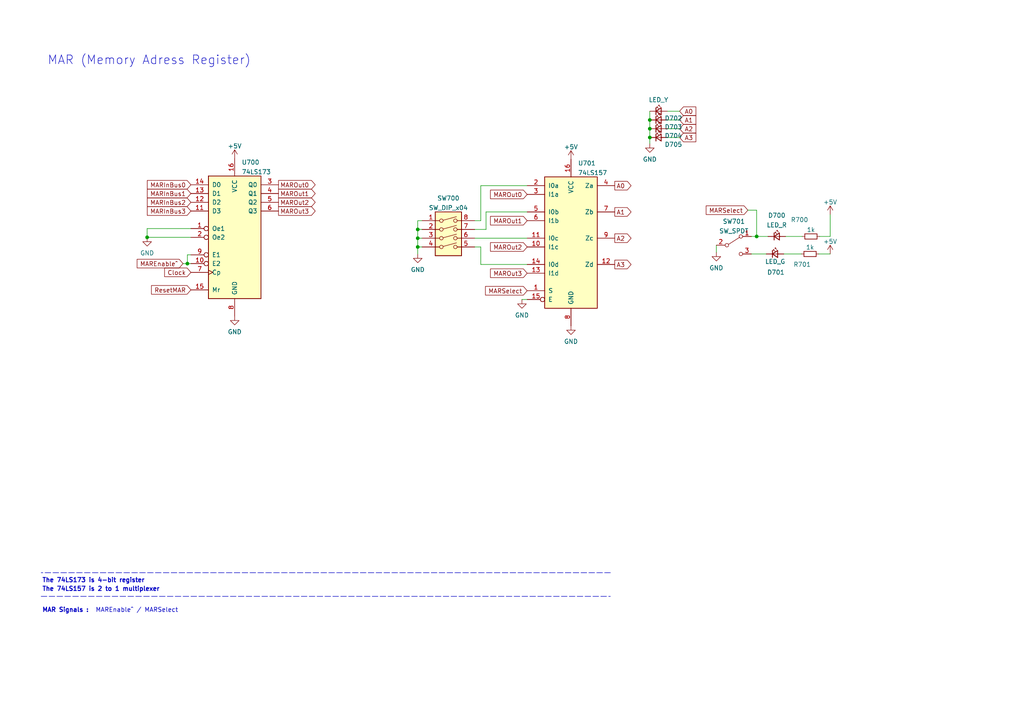
<source format=kicad_sch>
(kicad_sch (version 20211123) (generator eeschema)

  (uuid 8326c248-4963-4df7-8949-20fc1935f203)

  (paper "A4")

  (title_block
    (title "MAR")
    (date "2022-10-21")
    (rev "0.1v")
    (company "FLYX")
  )

  (lib_symbols
    (symbol "74xx:74LS157" (pin_names (offset 1.016)) (in_bom yes) (on_board yes)
      (property "Reference" "U" (id 0) (at -7.62 19.05 0)
        (effects (font (size 1.27 1.27)))
      )
      (property "Value" "74LS157" (id 1) (at -7.62 -21.59 0)
        (effects (font (size 1.27 1.27)))
      )
      (property "Footprint" "" (id 2) (at 0 0 0)
        (effects (font (size 1.27 1.27)) hide)
      )
      (property "Datasheet" "http://www.ti.com/lit/gpn/sn74LS157" (id 3) (at 0 0 0)
        (effects (font (size 1.27 1.27)) hide)
      )
      (property "ki_locked" "" (id 4) (at 0 0 0)
        (effects (font (size 1.27 1.27)))
      )
      (property "ki_keywords" "TTL MUX MUX2" (id 5) (at 0 0 0)
        (effects (font (size 1.27 1.27)) hide)
      )
      (property "ki_description" "Quad 2 to 1 line Multiplexer" (id 6) (at 0 0 0)
        (effects (font (size 1.27 1.27)) hide)
      )
      (property "ki_fp_filters" "DIP?16*" (id 7) (at 0 0 0)
        (effects (font (size 1.27 1.27)) hide)
      )
      (symbol "74LS157_1_0"
        (pin input line (at -12.7 -15.24 0) (length 5.08)
          (name "S" (effects (font (size 1.27 1.27))))
          (number "1" (effects (font (size 1.27 1.27))))
        )
        (pin input line (at -12.7 -2.54 0) (length 5.08)
          (name "I1c" (effects (font (size 1.27 1.27))))
          (number "10" (effects (font (size 1.27 1.27))))
        )
        (pin input line (at -12.7 0 0) (length 5.08)
          (name "I0c" (effects (font (size 1.27 1.27))))
          (number "11" (effects (font (size 1.27 1.27))))
        )
        (pin output line (at 12.7 -7.62 180) (length 5.08)
          (name "Zd" (effects (font (size 1.27 1.27))))
          (number "12" (effects (font (size 1.27 1.27))))
        )
        (pin input line (at -12.7 -10.16 0) (length 5.08)
          (name "I1d" (effects (font (size 1.27 1.27))))
          (number "13" (effects (font (size 1.27 1.27))))
        )
        (pin input line (at -12.7 -7.62 0) (length 5.08)
          (name "I0d" (effects (font (size 1.27 1.27))))
          (number "14" (effects (font (size 1.27 1.27))))
        )
        (pin input inverted (at -12.7 -17.78 0) (length 5.08)
          (name "E" (effects (font (size 1.27 1.27))))
          (number "15" (effects (font (size 1.27 1.27))))
        )
        (pin power_in line (at 0 22.86 270) (length 5.08)
          (name "VCC" (effects (font (size 1.27 1.27))))
          (number "16" (effects (font (size 1.27 1.27))))
        )
        (pin input line (at -12.7 15.24 0) (length 5.08)
          (name "I0a" (effects (font (size 1.27 1.27))))
          (number "2" (effects (font (size 1.27 1.27))))
        )
        (pin input line (at -12.7 12.7 0) (length 5.08)
          (name "I1a" (effects (font (size 1.27 1.27))))
          (number "3" (effects (font (size 1.27 1.27))))
        )
        (pin output line (at 12.7 15.24 180) (length 5.08)
          (name "Za" (effects (font (size 1.27 1.27))))
          (number "4" (effects (font (size 1.27 1.27))))
        )
        (pin input line (at -12.7 7.62 0) (length 5.08)
          (name "I0b" (effects (font (size 1.27 1.27))))
          (number "5" (effects (font (size 1.27 1.27))))
        )
        (pin input line (at -12.7 5.08 0) (length 5.08)
          (name "I1b" (effects (font (size 1.27 1.27))))
          (number "6" (effects (font (size 1.27 1.27))))
        )
        (pin output line (at 12.7 7.62 180) (length 5.08)
          (name "Zb" (effects (font (size 1.27 1.27))))
          (number "7" (effects (font (size 1.27 1.27))))
        )
        (pin power_in line (at 0 -25.4 90) (length 5.08)
          (name "GND" (effects (font (size 1.27 1.27))))
          (number "8" (effects (font (size 1.27 1.27))))
        )
        (pin output line (at 12.7 0 180) (length 5.08)
          (name "Zc" (effects (font (size 1.27 1.27))))
          (number "9" (effects (font (size 1.27 1.27))))
        )
      )
      (symbol "74LS157_1_1"
        (rectangle (start -7.62 17.78) (end 7.62 -20.32)
          (stroke (width 0.254) (type default) (color 0 0 0 0))
          (fill (type background))
        )
      )
    )
    (symbol "74xx:74LS173" (pin_names (offset 1.016)) (in_bom yes) (on_board yes)
      (property "Reference" "U" (id 0) (at -7.62 19.05 0)
        (effects (font (size 1.27 1.27)))
      )
      (property "Value" "74LS173" (id 1) (at -7.62 -19.05 0)
        (effects (font (size 1.27 1.27)))
      )
      (property "Footprint" "" (id 2) (at 0 0 0)
        (effects (font (size 1.27 1.27)) hide)
      )
      (property "Datasheet" "http://www.ti.com/lit/gpn/sn74LS173" (id 3) (at 0 0 0)
        (effects (font (size 1.27 1.27)) hide)
      )
      (property "ki_locked" "" (id 4) (at 0 0 0)
        (effects (font (size 1.27 1.27)))
      )
      (property "ki_keywords" "TTL REG REG4 3State DFF" (id 5) (at 0 0 0)
        (effects (font (size 1.27 1.27)) hide)
      )
      (property "ki_description" "4-bit D-type Register, 3 state out" (id 6) (at 0 0 0)
        (effects (font (size 1.27 1.27)) hide)
      )
      (property "ki_fp_filters" "DIP?16*" (id 7) (at 0 0 0)
        (effects (font (size 1.27 1.27)) hide)
      )
      (symbol "74LS173_1_0"
        (pin input inverted (at -12.7 2.54 0) (length 5.08)
          (name "Oe1" (effects (font (size 1.27 1.27))))
          (number "1" (effects (font (size 1.27 1.27))))
        )
        (pin input inverted (at -12.7 -7.62 0) (length 5.08)
          (name "E2" (effects (font (size 1.27 1.27))))
          (number "10" (effects (font (size 1.27 1.27))))
        )
        (pin input line (at -12.7 7.62 0) (length 5.08)
          (name "D3" (effects (font (size 1.27 1.27))))
          (number "11" (effects (font (size 1.27 1.27))))
        )
        (pin input line (at -12.7 10.16 0) (length 5.08)
          (name "D2" (effects (font (size 1.27 1.27))))
          (number "12" (effects (font (size 1.27 1.27))))
        )
        (pin input line (at -12.7 12.7 0) (length 5.08)
          (name "D1" (effects (font (size 1.27 1.27))))
          (number "13" (effects (font (size 1.27 1.27))))
        )
        (pin input line (at -12.7 15.24 0) (length 5.08)
          (name "D0" (effects (font (size 1.27 1.27))))
          (number "14" (effects (font (size 1.27 1.27))))
        )
        (pin input line (at -12.7 -15.24 0) (length 5.08)
          (name "Mr" (effects (font (size 1.27 1.27))))
          (number "15" (effects (font (size 1.27 1.27))))
        )
        (pin power_in line (at 0 22.86 270) (length 5.08)
          (name "VCC" (effects (font (size 1.27 1.27))))
          (number "16" (effects (font (size 1.27 1.27))))
        )
        (pin input inverted (at -12.7 0 0) (length 5.08)
          (name "Oe2" (effects (font (size 1.27 1.27))))
          (number "2" (effects (font (size 1.27 1.27))))
        )
        (pin tri_state line (at 12.7 15.24 180) (length 5.08)
          (name "Q0" (effects (font (size 1.27 1.27))))
          (number "3" (effects (font (size 1.27 1.27))))
        )
        (pin tri_state line (at 12.7 12.7 180) (length 5.08)
          (name "Q1" (effects (font (size 1.27 1.27))))
          (number "4" (effects (font (size 1.27 1.27))))
        )
        (pin tri_state line (at 12.7 10.16 180) (length 5.08)
          (name "Q2" (effects (font (size 1.27 1.27))))
          (number "5" (effects (font (size 1.27 1.27))))
        )
        (pin tri_state line (at 12.7 7.62 180) (length 5.08)
          (name "Q3" (effects (font (size 1.27 1.27))))
          (number "6" (effects (font (size 1.27 1.27))))
        )
        (pin input clock (at -12.7 -10.16 0) (length 5.08)
          (name "Cp" (effects (font (size 1.27 1.27))))
          (number "7" (effects (font (size 1.27 1.27))))
        )
        (pin power_in line (at 0 -22.86 90) (length 5.08)
          (name "GND" (effects (font (size 1.27 1.27))))
          (number "8" (effects (font (size 1.27 1.27))))
        )
        (pin input inverted (at -12.7 -5.08 0) (length 5.08)
          (name "E1" (effects (font (size 1.27 1.27))))
          (number "9" (effects (font (size 1.27 1.27))))
        )
      )
      (symbol "74LS173_1_1"
        (rectangle (start -7.62 17.78) (end 7.62 -17.78)
          (stroke (width 0.254) (type default) (color 0 0 0 0))
          (fill (type background))
        )
      )
    )
    (symbol "Device:LED_Small" (pin_numbers hide) (pin_names (offset 0.254) hide) (in_bom yes) (on_board yes)
      (property "Reference" "D" (id 0) (at -1.27 3.175 0)
        (effects (font (size 1.27 1.27)) (justify left))
      )
      (property "Value" "LED_Small" (id 1) (at -4.445 -2.54 0)
        (effects (font (size 1.27 1.27)) (justify left))
      )
      (property "Footprint" "" (id 2) (at 0 0 90)
        (effects (font (size 1.27 1.27)) hide)
      )
      (property "Datasheet" "~" (id 3) (at 0 0 90)
        (effects (font (size 1.27 1.27)) hide)
      )
      (property "ki_keywords" "LED diode light-emitting-diode" (id 4) (at 0 0 0)
        (effects (font (size 1.27 1.27)) hide)
      )
      (property "ki_description" "Light emitting diode, small symbol" (id 5) (at 0 0 0)
        (effects (font (size 1.27 1.27)) hide)
      )
      (property "ki_fp_filters" "LED* LED_SMD:* LED_THT:*" (id 6) (at 0 0 0)
        (effects (font (size 1.27 1.27)) hide)
      )
      (symbol "LED_Small_0_1"
        (polyline
          (pts
            (xy -0.762 -1.016)
            (xy -0.762 1.016)
          )
          (stroke (width 0.254) (type default) (color 0 0 0 0))
          (fill (type none))
        )
        (polyline
          (pts
            (xy 1.016 0)
            (xy -0.762 0)
          )
          (stroke (width 0) (type default) (color 0 0 0 0))
          (fill (type none))
        )
        (polyline
          (pts
            (xy 0.762 -1.016)
            (xy -0.762 0)
            (xy 0.762 1.016)
            (xy 0.762 -1.016)
          )
          (stroke (width 0.254) (type default) (color 0 0 0 0))
          (fill (type none))
        )
        (polyline
          (pts
            (xy 0 0.762)
            (xy -0.508 1.27)
            (xy -0.254 1.27)
            (xy -0.508 1.27)
            (xy -0.508 1.016)
          )
          (stroke (width 0) (type default) (color 0 0 0 0))
          (fill (type none))
        )
        (polyline
          (pts
            (xy 0.508 1.27)
            (xy 0 1.778)
            (xy 0.254 1.778)
            (xy 0 1.778)
            (xy 0 1.524)
          )
          (stroke (width 0) (type default) (color 0 0 0 0))
          (fill (type none))
        )
      )
      (symbol "LED_Small_1_1"
        (pin passive line (at -2.54 0 0) (length 1.778)
          (name "K" (effects (font (size 1.27 1.27))))
          (number "1" (effects (font (size 1.27 1.27))))
        )
        (pin passive line (at 2.54 0 180) (length 1.778)
          (name "A" (effects (font (size 1.27 1.27))))
          (number "2" (effects (font (size 1.27 1.27))))
        )
      )
    )
    (symbol "Device:R_Small" (pin_numbers hide) (pin_names (offset 0.254) hide) (in_bom yes) (on_board yes)
      (property "Reference" "R" (id 0) (at 0.762 0.508 0)
        (effects (font (size 1.27 1.27)) (justify left))
      )
      (property "Value" "R_Small" (id 1) (at 0.762 -1.016 0)
        (effects (font (size 1.27 1.27)) (justify left))
      )
      (property "Footprint" "" (id 2) (at 0 0 0)
        (effects (font (size 1.27 1.27)) hide)
      )
      (property "Datasheet" "~" (id 3) (at 0 0 0)
        (effects (font (size 1.27 1.27)) hide)
      )
      (property "ki_keywords" "R resistor" (id 4) (at 0 0 0)
        (effects (font (size 1.27 1.27)) hide)
      )
      (property "ki_description" "Resistor, small symbol" (id 5) (at 0 0 0)
        (effects (font (size 1.27 1.27)) hide)
      )
      (property "ki_fp_filters" "R_*" (id 6) (at 0 0 0)
        (effects (font (size 1.27 1.27)) hide)
      )
      (symbol "R_Small_0_1"
        (rectangle (start -0.762 1.778) (end 0.762 -1.778)
          (stroke (width 0.2032) (type default) (color 0 0 0 0))
          (fill (type none))
        )
      )
      (symbol "R_Small_1_1"
        (pin passive line (at 0 2.54 270) (length 0.762)
          (name "~" (effects (font (size 1.27 1.27))))
          (number "1" (effects (font (size 1.27 1.27))))
        )
        (pin passive line (at 0 -2.54 90) (length 0.762)
          (name "~" (effects (font (size 1.27 1.27))))
          (number "2" (effects (font (size 1.27 1.27))))
        )
      )
    )
    (symbol "Switch:SW_DIP_x04" (pin_names (offset 0) hide) (in_bom yes) (on_board yes)
      (property "Reference" "SW" (id 0) (at 0 8.89 0)
        (effects (font (size 1.27 1.27)))
      )
      (property "Value" "SW_DIP_x04" (id 1) (at 0 -6.35 0)
        (effects (font (size 1.27 1.27)))
      )
      (property "Footprint" "" (id 2) (at 0 0 0)
        (effects (font (size 1.27 1.27)) hide)
      )
      (property "Datasheet" "~" (id 3) (at 0 0 0)
        (effects (font (size 1.27 1.27)) hide)
      )
      (property "ki_keywords" "dip switch" (id 4) (at 0 0 0)
        (effects (font (size 1.27 1.27)) hide)
      )
      (property "ki_description" "4x DIP Switch, Single Pole Single Throw (SPST) switch, small symbol" (id 5) (at 0 0 0)
        (effects (font (size 1.27 1.27)) hide)
      )
      (property "ki_fp_filters" "SW?DIP?x4*" (id 6) (at 0 0 0)
        (effects (font (size 1.27 1.27)) hide)
      )
      (symbol "SW_DIP_x04_0_0"
        (circle (center -2.032 -2.54) (radius 0.508)
          (stroke (width 0) (type default) (color 0 0 0 0))
          (fill (type none))
        )
        (circle (center -2.032 0) (radius 0.508)
          (stroke (width 0) (type default) (color 0 0 0 0))
          (fill (type none))
        )
        (circle (center -2.032 2.54) (radius 0.508)
          (stroke (width 0) (type default) (color 0 0 0 0))
          (fill (type none))
        )
        (circle (center -2.032 5.08) (radius 0.508)
          (stroke (width 0) (type default) (color 0 0 0 0))
          (fill (type none))
        )
        (polyline
          (pts
            (xy -1.524 -2.3876)
            (xy 2.3622 -1.3462)
          )
          (stroke (width 0) (type default) (color 0 0 0 0))
          (fill (type none))
        )
        (polyline
          (pts
            (xy -1.524 0.127)
            (xy 2.3622 1.1684)
          )
          (stroke (width 0) (type default) (color 0 0 0 0))
          (fill (type none))
        )
        (polyline
          (pts
            (xy -1.524 2.667)
            (xy 2.3622 3.7084)
          )
          (stroke (width 0) (type default) (color 0 0 0 0))
          (fill (type none))
        )
        (polyline
          (pts
            (xy -1.524 5.207)
            (xy 2.3622 6.2484)
          )
          (stroke (width 0) (type default) (color 0 0 0 0))
          (fill (type none))
        )
        (circle (center 2.032 -2.54) (radius 0.508)
          (stroke (width 0) (type default) (color 0 0 0 0))
          (fill (type none))
        )
        (circle (center 2.032 0) (radius 0.508)
          (stroke (width 0) (type default) (color 0 0 0 0))
          (fill (type none))
        )
        (circle (center 2.032 2.54) (radius 0.508)
          (stroke (width 0) (type default) (color 0 0 0 0))
          (fill (type none))
        )
        (circle (center 2.032 5.08) (radius 0.508)
          (stroke (width 0) (type default) (color 0 0 0 0))
          (fill (type none))
        )
      )
      (symbol "SW_DIP_x04_0_1"
        (rectangle (start -3.81 7.62) (end 3.81 -5.08)
          (stroke (width 0.254) (type default) (color 0 0 0 0))
          (fill (type background))
        )
      )
      (symbol "SW_DIP_x04_1_1"
        (pin passive line (at -7.62 5.08 0) (length 5.08)
          (name "~" (effects (font (size 1.27 1.27))))
          (number "1" (effects (font (size 1.27 1.27))))
        )
        (pin passive line (at -7.62 2.54 0) (length 5.08)
          (name "~" (effects (font (size 1.27 1.27))))
          (number "2" (effects (font (size 1.27 1.27))))
        )
        (pin passive line (at -7.62 0 0) (length 5.08)
          (name "~" (effects (font (size 1.27 1.27))))
          (number "3" (effects (font (size 1.27 1.27))))
        )
        (pin passive line (at -7.62 -2.54 0) (length 5.08)
          (name "~" (effects (font (size 1.27 1.27))))
          (number "4" (effects (font (size 1.27 1.27))))
        )
        (pin passive line (at 7.62 -2.54 180) (length 5.08)
          (name "~" (effects (font (size 1.27 1.27))))
          (number "5" (effects (font (size 1.27 1.27))))
        )
        (pin passive line (at 7.62 0 180) (length 5.08)
          (name "~" (effects (font (size 1.27 1.27))))
          (number "6" (effects (font (size 1.27 1.27))))
        )
        (pin passive line (at 7.62 2.54 180) (length 5.08)
          (name "~" (effects (font (size 1.27 1.27))))
          (number "7" (effects (font (size 1.27 1.27))))
        )
        (pin passive line (at 7.62 5.08 180) (length 5.08)
          (name "~" (effects (font (size 1.27 1.27))))
          (number "8" (effects (font (size 1.27 1.27))))
        )
      )
    )
    (symbol "Switch:SW_SPDT" (pin_names (offset 0) hide) (in_bom yes) (on_board yes)
      (property "Reference" "SW" (id 0) (at 0 4.318 0)
        (effects (font (size 1.27 1.27)))
      )
      (property "Value" "SW_SPDT" (id 1) (at 0 -5.08 0)
        (effects (font (size 1.27 1.27)))
      )
      (property "Footprint" "" (id 2) (at 0 0 0)
        (effects (font (size 1.27 1.27)) hide)
      )
      (property "Datasheet" "~" (id 3) (at 0 0 0)
        (effects (font (size 1.27 1.27)) hide)
      )
      (property "ki_keywords" "switch single-pole double-throw spdt ON-ON" (id 4) (at 0 0 0)
        (effects (font (size 1.27 1.27)) hide)
      )
      (property "ki_description" "Switch, single pole double throw" (id 5) (at 0 0 0)
        (effects (font (size 1.27 1.27)) hide)
      )
      (symbol "SW_SPDT_0_0"
        (circle (center -2.032 0) (radius 0.508)
          (stroke (width 0) (type default) (color 0 0 0 0))
          (fill (type none))
        )
        (circle (center 2.032 -2.54) (radius 0.508)
          (stroke (width 0) (type default) (color 0 0 0 0))
          (fill (type none))
        )
      )
      (symbol "SW_SPDT_0_1"
        (polyline
          (pts
            (xy -1.524 0.254)
            (xy 1.651 2.286)
          )
          (stroke (width 0) (type default) (color 0 0 0 0))
          (fill (type none))
        )
        (circle (center 2.032 2.54) (radius 0.508)
          (stroke (width 0) (type default) (color 0 0 0 0))
          (fill (type none))
        )
      )
      (symbol "SW_SPDT_1_1"
        (pin passive line (at 5.08 2.54 180) (length 2.54)
          (name "A" (effects (font (size 1.27 1.27))))
          (number "1" (effects (font (size 1.27 1.27))))
        )
        (pin passive line (at -5.08 0 0) (length 2.54)
          (name "B" (effects (font (size 1.27 1.27))))
          (number "2" (effects (font (size 1.27 1.27))))
        )
        (pin passive line (at 5.08 -2.54 180) (length 2.54)
          (name "C" (effects (font (size 1.27 1.27))))
          (number "3" (effects (font (size 1.27 1.27))))
        )
      )
    )
    (symbol "power:+5V" (power) (pin_names (offset 0)) (in_bom yes) (on_board yes)
      (property "Reference" "#PWR" (id 0) (at 0 -3.81 0)
        (effects (font (size 1.27 1.27)) hide)
      )
      (property "Value" "+5V" (id 1) (at 0 3.556 0)
        (effects (font (size 1.27 1.27)))
      )
      (property "Footprint" "" (id 2) (at 0 0 0)
        (effects (font (size 1.27 1.27)) hide)
      )
      (property "Datasheet" "" (id 3) (at 0 0 0)
        (effects (font (size 1.27 1.27)) hide)
      )
      (property "ki_keywords" "power-flag" (id 4) (at 0 0 0)
        (effects (font (size 1.27 1.27)) hide)
      )
      (property "ki_description" "Power symbol creates a global label with name \"+5V\"" (id 5) (at 0 0 0)
        (effects (font (size 1.27 1.27)) hide)
      )
      (symbol "+5V_0_1"
        (polyline
          (pts
            (xy -0.762 1.27)
            (xy 0 2.54)
          )
          (stroke (width 0) (type default) (color 0 0 0 0))
          (fill (type none))
        )
        (polyline
          (pts
            (xy 0 0)
            (xy 0 2.54)
          )
          (stroke (width 0) (type default) (color 0 0 0 0))
          (fill (type none))
        )
        (polyline
          (pts
            (xy 0 2.54)
            (xy 0.762 1.27)
          )
          (stroke (width 0) (type default) (color 0 0 0 0))
          (fill (type none))
        )
      )
      (symbol "+5V_1_1"
        (pin power_in line (at 0 0 90) (length 0) hide
          (name "+5V" (effects (font (size 1.27 1.27))))
          (number "1" (effects (font (size 1.27 1.27))))
        )
      )
    )
    (symbol "power:GND" (power) (pin_names (offset 0)) (in_bom yes) (on_board yes)
      (property "Reference" "#PWR" (id 0) (at 0 -6.35 0)
        (effects (font (size 1.27 1.27)) hide)
      )
      (property "Value" "GND" (id 1) (at 0 -3.81 0)
        (effects (font (size 1.27 1.27)))
      )
      (property "Footprint" "" (id 2) (at 0 0 0)
        (effects (font (size 1.27 1.27)) hide)
      )
      (property "Datasheet" "" (id 3) (at 0 0 0)
        (effects (font (size 1.27 1.27)) hide)
      )
      (property "ki_keywords" "power-flag" (id 4) (at 0 0 0)
        (effects (font (size 1.27 1.27)) hide)
      )
      (property "ki_description" "Power symbol creates a global label with name \"GND\" , ground" (id 5) (at 0 0 0)
        (effects (font (size 1.27 1.27)) hide)
      )
      (symbol "GND_0_1"
        (polyline
          (pts
            (xy 0 0)
            (xy 0 -1.27)
            (xy 1.27 -1.27)
            (xy 0 -2.54)
            (xy -1.27 -1.27)
            (xy 0 -1.27)
          )
          (stroke (width 0) (type default) (color 0 0 0 0))
          (fill (type none))
        )
      )
      (symbol "GND_1_1"
        (pin power_in line (at 0 0 270) (length 0) hide
          (name "GND" (effects (font (size 1.27 1.27))))
          (number "1" (effects (font (size 1.27 1.27))))
        )
      )
    )
  )

  (junction (at 188.468 39.878) (diameter 0) (color 0 0 0 0)
    (uuid 173d6048-6166-4266-a8c1-76927f36341e)
  )
  (junction (at 188.468 37.338) (diameter 0) (color 0 0 0 0)
    (uuid 31addab4-1fac-422f-b34b-0c754293f6e0)
  )
  (junction (at 219.456 68.58) (diameter 0) (color 0 0 0 0)
    (uuid 66df9f11-2ca3-4158-b2e9-5b1acc4d0f2a)
  )
  (junction (at 121.158 71.628) (diameter 0) (color 0 0 0 0)
    (uuid 9206fefa-d1c6-44cd-ba6a-1134a8ae496a)
  )
  (junction (at 42.672 68.834) (diameter 0) (color 0 0 0 0)
    (uuid 967273f1-c09d-4ffb-9418-6d893dd3f41c)
  )
  (junction (at 121.158 69.088) (diameter 0) (color 0 0 0 0)
    (uuid 99b133a6-a828-4f47-9ef9-ed62709eac0d)
  )
  (junction (at 188.468 34.798) (diameter 0) (color 0 0 0 0)
    (uuid ac68357f-6377-4e12-92a7-f54594cf8d21)
  )
  (junction (at 54.356 76.454) (diameter 0) (color 0 0 0 0)
    (uuid c58b13c2-4d04-468c-93ce-456e99782ecb)
  )
  (junction (at 121.158 66.548) (diameter 0) (color 0 0 0 0)
    (uuid dae2780e-fa50-49fb-92de-6cab4f404777)
  )

  (wire (pts (xy 121.158 66.548) (xy 122.428 66.548))
    (stroke (width 0) (type default) (color 0 0 0 0))
    (uuid 050ac437-ad13-4cd1-8835-be4076365f3b)
  )
  (wire (pts (xy 152.908 86.868) (xy 151.384 86.868))
    (stroke (width 0) (type default) (color 0 0 0 0))
    (uuid 0aaba41e-b0fe-441d-9c59-b8a0dcedc1dc)
  )
  (wire (pts (xy 188.468 37.338) (xy 188.468 39.878))
    (stroke (width 0) (type default) (color 0 0 0 0))
    (uuid 0d2a2a71-f300-42f6-94e4-3be728d9bdba)
  )
  (wire (pts (xy 121.158 66.548) (xy 121.158 69.088))
    (stroke (width 0) (type default) (color 0 0 0 0))
    (uuid 0f93f61f-2ea8-4f85-8f5a-8765fd460c34)
  )
  (polyline (pts (xy 11.938 172.974) (xy 177.038 172.974))
    (stroke (width 0) (type default) (color 0 0 0 0))
    (uuid 17301d08-c945-4691-b2c0-b7d999452e08)
  )

  (wire (pts (xy 193.548 34.798) (xy 197.104 34.798))
    (stroke (width 0) (type default) (color 0 0 0 0))
    (uuid 1a6387d7-dcf2-4da2-aa44-71f2b7c757b9)
  )
  (wire (pts (xy 193.548 37.338) (xy 197.104 37.338))
    (stroke (width 0) (type default) (color 0 0 0 0))
    (uuid 1abb90fb-6786-4f69-97d0-84cbea8e71d8)
  )
  (wire (pts (xy 54.356 73.914) (xy 54.356 76.454))
    (stroke (width 0) (type default) (color 0 0 0 0))
    (uuid 1b2f13b8-c832-4653-b67c-ec89c45078a6)
  )
  (wire (pts (xy 188.468 34.798) (xy 188.468 37.338))
    (stroke (width 0) (type default) (color 0 0 0 0))
    (uuid 1edcf2c6-fadd-4616-a4f1-b7dc588616ca)
  )
  (wire (pts (xy 216.916 60.96) (xy 219.456 60.96))
    (stroke (width 0) (type default) (color 0 0 0 0))
    (uuid 28e4289c-7d0e-4cc8-a968-35c19cd63153)
  )
  (wire (pts (xy 122.428 69.088) (xy 121.158 69.088))
    (stroke (width 0) (type default) (color 0 0 0 0))
    (uuid 29944e16-86ea-4143-a8a8-0fce06de8ba0)
  )
  (wire (pts (xy 54.356 76.454) (xy 55.372 76.454))
    (stroke (width 0) (type default) (color 0 0 0 0))
    (uuid 2b682098-146c-4001-974c-7a3daa421206)
  )
  (polyline (pts (xy 177.038 166.116) (xy 11.938 166.116))
    (stroke (width 0) (type default) (color 0 0 0 0))
    (uuid 2bee94b6-f6b5-4588-b33b-d927f125d5a0)
  )

  (wire (pts (xy 227.838 68.58) (xy 232.664 68.58))
    (stroke (width 0) (type default) (color 0 0 0 0))
    (uuid 34484d47-2953-4d0e-9683-6502dfbfbe41)
  )
  (wire (pts (xy 207.772 71.12) (xy 207.772 73.152))
    (stroke (width 0) (type default) (color 0 0 0 0))
    (uuid 39fae1ef-3861-4137-a5e0-2c26de6b553f)
  )
  (wire (pts (xy 137.668 71.628) (xy 139.446 71.628))
    (stroke (width 0) (type default) (color 0 0 0 0))
    (uuid 3b5cfc82-6f33-4132-88f7-c1ef8b70699a)
  )
  (wire (pts (xy 217.932 73.66) (xy 222.25 73.66))
    (stroke (width 0) (type default) (color 0 0 0 0))
    (uuid 451b8dcb-e2c9-4923-b69f-331ba8cbd99e)
  )
  (wire (pts (xy 188.468 39.878) (xy 188.468 41.656))
    (stroke (width 0) (type default) (color 0 0 0 0))
    (uuid 469a1bc4-ade8-4b98-aadf-f36a267f06e7)
  )
  (wire (pts (xy 121.158 69.088) (xy 121.158 71.628))
    (stroke (width 0) (type default) (color 0 0 0 0))
    (uuid 46ae7f8b-54a5-4691-92d0-da888455968a)
  )
  (wire (pts (xy 237.49 73.66) (xy 240.792 73.66))
    (stroke (width 0) (type default) (color 0 0 0 0))
    (uuid 50872b1d-4849-4f7f-a46a-246bb774016d)
  )
  (wire (pts (xy 121.158 71.628) (xy 121.158 73.66))
    (stroke (width 0) (type default) (color 0 0 0 0))
    (uuid 51377870-76fd-4625-bbee-e2521c3729ac)
  )
  (wire (pts (xy 53.086 76.454) (xy 54.356 76.454))
    (stroke (width 0) (type default) (color 0 0 0 0))
    (uuid 56ff6c91-3a68-43f3-8d4b-d164437f7438)
  )
  (wire (pts (xy 122.428 64.008) (xy 121.158 64.008))
    (stroke (width 0) (type default) (color 0 0 0 0))
    (uuid 5db10976-de50-4f9d-a2c3-7ef6de3063a7)
  )
  (wire (pts (xy 137.668 66.548) (xy 140.97 66.548))
    (stroke (width 0) (type default) (color 0 0 0 0))
    (uuid 638ba879-abb1-4c4e-a66c-e1b746381ba7)
  )
  (wire (pts (xy 121.158 71.628) (xy 122.428 71.628))
    (stroke (width 0) (type default) (color 0 0 0 0))
    (uuid 63d398a4-779d-43f2-937d-b177eb84fb43)
  )
  (wire (pts (xy 137.668 69.088) (xy 152.908 69.088))
    (stroke (width 0) (type default) (color 0 0 0 0))
    (uuid 66ed07c9-2350-46e5-98fb-257c1435fc99)
  )
  (wire (pts (xy 219.456 60.96) (xy 219.456 68.58))
    (stroke (width 0) (type default) (color 0 0 0 0))
    (uuid 671f9e3f-ba07-42db-86bf-bdb8de6687b9)
  )
  (wire (pts (xy 42.672 66.294) (xy 42.672 68.834))
    (stroke (width 0) (type default) (color 0 0 0 0))
    (uuid 7314c2d2-48e2-4f34-b685-3af47ead6d03)
  )
  (wire (pts (xy 237.744 68.58) (xy 240.792 68.58))
    (stroke (width 0) (type default) (color 0 0 0 0))
    (uuid 75e40eac-348b-4303-99b0-79bb64d549f0)
  )
  (wire (pts (xy 219.456 68.58) (xy 222.758 68.58))
    (stroke (width 0) (type default) (color 0 0 0 0))
    (uuid 78d9ac38-867b-416f-a7f0-9984649f3bfa)
  )
  (wire (pts (xy 240.792 62.23) (xy 240.792 68.58))
    (stroke (width 0) (type default) (color 0 0 0 0))
    (uuid 8bb699af-d02e-40c4-a6b3-2709186278a5)
  )
  (wire (pts (xy 121.158 64.008) (xy 121.158 66.548))
    (stroke (width 0) (type default) (color 0 0 0 0))
    (uuid 8cff2fce-6dd7-434c-b684-5706c94069b6)
  )
  (wire (pts (xy 193.548 39.878) (xy 197.104 39.878))
    (stroke (width 0) (type default) (color 0 0 0 0))
    (uuid 93ec607d-75fe-4da5-a23f-359e01b21f82)
  )
  (wire (pts (xy 139.446 64.008) (xy 139.446 53.848))
    (stroke (width 0) (type default) (color 0 0 0 0))
    (uuid 9689471a-5aa9-4165-8307-a87585003ff2)
  )
  (wire (pts (xy 140.97 66.548) (xy 140.97 61.468))
    (stroke (width 0) (type default) (color 0 0 0 0))
    (uuid 9b77a18b-20d4-480c-977d-fc3e8cadb349)
  )
  (wire (pts (xy 193.548 32.258) (xy 197.104 32.258))
    (stroke (width 0) (type default) (color 0 0 0 0))
    (uuid 9cd4f772-9355-467e-bd0b-46068ea83bba)
  )
  (wire (pts (xy 227.33 73.66) (xy 232.41 73.66))
    (stroke (width 0) (type default) (color 0 0 0 0))
    (uuid 9e3854ad-8f51-41f6-8e1c-d42a3d31c7cf)
  )
  (wire (pts (xy 140.97 61.468) (xy 152.908 61.468))
    (stroke (width 0) (type default) (color 0 0 0 0))
    (uuid a2ce0818-68d2-4984-a143-7d29d5a77af4)
  )
  (wire (pts (xy 188.468 32.258) (xy 188.468 34.798))
    (stroke (width 0) (type default) (color 0 0 0 0))
    (uuid a7b69249-804e-4fe1-a309-b416bd96fb2a)
  )
  (wire (pts (xy 55.372 66.294) (xy 42.672 66.294))
    (stroke (width 0) (type default) (color 0 0 0 0))
    (uuid b8a81b54-4d39-413d-a68c-b4f48be955d5)
  )
  (wire (pts (xy 42.672 68.834) (xy 55.372 68.834))
    (stroke (width 0) (type default) (color 0 0 0 0))
    (uuid c42dae99-4d1b-4566-b7d6-c18adbc354ea)
  )
  (wire (pts (xy 217.932 68.58) (xy 219.456 68.58))
    (stroke (width 0) (type default) (color 0 0 0 0))
    (uuid c7c90a36-cedd-4af5-b287-ab74b31ccc8e)
  )
  (wire (pts (xy 55.372 73.914) (xy 54.356 73.914))
    (stroke (width 0) (type default) (color 0 0 0 0))
    (uuid cbc1a1c2-5d5c-4668-b063-f4f54d697101)
  )
  (wire (pts (xy 139.446 53.848) (xy 152.908 53.848))
    (stroke (width 0) (type default) (color 0 0 0 0))
    (uuid e13c5fe3-f126-4acf-ba20-0e154e10218a)
  )
  (wire (pts (xy 139.446 76.708) (xy 152.908 76.708))
    (stroke (width 0) (type default) (color 0 0 0 0))
    (uuid e6d9cf20-5453-4269-9ab1-982ad4ba1676)
  )
  (wire (pts (xy 139.446 71.628) (xy 139.446 76.708))
    (stroke (width 0) (type default) (color 0 0 0 0))
    (uuid f622b5af-e08b-4e43-8829-2c419faa7707)
  )
  (wire (pts (xy 137.668 64.008) (xy 139.446 64.008))
    (stroke (width 0) (type default) (color 0 0 0 0))
    (uuid fd35ae60-dc2b-47c8-8460-d0276fcc8884)
  )

  (text "The 74LS157 is 2 to 1 multiplexer" (at 12.192 171.704 0)
    (effects (font (size 1.27 1.27) bold) (justify left bottom))
    (uuid 22f9cc5c-6b4e-4c87-b4cf-cf25674121b8)
  )
  (text "The 74LS173 is 4-bit register" (at 12.192 169.164 0)
    (effects (font (size 1.27 1.27) (thickness 0.254) bold) (justify left bottom))
    (uuid 3ba3872f-f104-46d9-ae58-57ca9cf3fd1d)
  )
  (text "MAR Signals :" (at 12.192 177.8 0)
    (effects (font (size 1.27 1.27) (thickness 0.254) bold) (justify left bottom))
    (uuid d4153157-09a8-40b3-9f22-afa031be3229)
  )
  (text "MAR (Memory Adress Register)" (at 13.716 19.05 0)
    (effects (font (size 2.54 2.54)) (justify left bottom))
    (uuid e56d266a-2785-4eaa-96fb-00220a0e095a)
  )
  (text "MAREnable^ / MARSelect" (at 27.686 177.8 0)
    (effects (font (size 1.27 1.27)) (justify left bottom))
    (uuid f7dfea4a-7701-48bc-9c37-5ee0101fc361)
  )

  (global_label "A3" (shape output) (at 178.308 76.708 0) (fields_autoplaced)
    (effects (font (size 1.27 1.27)) (justify left))
    (uuid 04722fe9-a54e-4207-9951-76379f17dc46)
    (property "Intersheet References" "${INTERSHEET_REFS}" (id 0) (at 183.0192 76.6286 0)
      (effects (font (size 1.27 1.27)) (justify left) hide)
    )
  )
  (global_label "MAROut2" (shape output) (at 80.772 58.674 0) (fields_autoplaced)
    (effects (font (size 1.27 1.27)) (justify left))
    (uuid 0f3734f9-7038-49d8-b5e5-f4faa91f9429)
    (property "Intersheet References" "${INTERSHEET_REFS}" (id 0) (at 91.4099 58.5946 0)
      (effects (font (size 1.27 1.27)) (justify left) hide)
    )
  )
  (global_label "ResetMAR" (shape input) (at 55.372 84.074 180) (fields_autoplaced)
    (effects (font (size 1.27 1.27)) (justify right))
    (uuid 210a89fb-f649-487d-9416-96fefa26dcff)
    (property "Intersheet References" "${INTERSHEET_REFS}" (id 0) (at 43.9479 84.1534 0)
      (effects (font (size 1.27 1.27)) (justify right) hide)
    )
  )
  (global_label "MARInBus3" (shape input) (at 55.372 61.214 180) (fields_autoplaced)
    (effects (font (size 1.27 1.27)) (justify right))
    (uuid 25c73cf5-2daa-4b48-a85c-af0d7b46ac70)
    (property "Intersheet References" "${INTERSHEET_REFS}" (id 0) (at 42.7384 61.1346 0)
      (effects (font (size 1.27 1.27)) (justify right) hide)
    )
  )
  (global_label "MAROut1" (shape output) (at 80.772 56.134 0) (fields_autoplaced)
    (effects (font (size 1.27 1.27)) (justify left))
    (uuid 32ec27c9-7c32-48ad-b1e4-0932e0962920)
    (property "Intersheet References" "${INTERSHEET_REFS}" (id 0) (at 91.4099 56.0546 0)
      (effects (font (size 1.27 1.27)) (justify left) hide)
    )
  )
  (global_label "MARInBus1" (shape input) (at 55.372 56.134 180) (fields_autoplaced)
    (effects (font (size 1.27 1.27)) (justify right))
    (uuid 4d3cff36-00dc-4624-864d-ff3e1ed835f9)
    (property "Intersheet References" "${INTERSHEET_REFS}" (id 0) (at 42.7384 56.0546 0)
      (effects (font (size 1.27 1.27)) (justify right) hide)
    )
  )
  (global_label "Clock" (shape input) (at 55.372 78.994 180) (fields_autoplaced)
    (effects (font (size 1.27 1.27)) (justify right))
    (uuid 4dfb291a-16cf-4f71-8036-ceb7df6ba1b2)
    (property "Intersheet References" "${INTERSHEET_REFS}" (id 0) (at 47.7579 78.9146 0)
      (effects (font (size 1.27 1.27)) (justify right) hide)
    )
  )
  (global_label "A1" (shape output) (at 178.308 61.468 0) (fields_autoplaced)
    (effects (font (size 1.27 1.27)) (justify left))
    (uuid 6fc22f51-c7ab-4b98-aac7-28599faf38cc)
    (property "Intersheet References" "${INTERSHEET_REFS}" (id 0) (at 183.0192 61.3886 0)
      (effects (font (size 1.27 1.27)) (justify left) hide)
    )
  )
  (global_label "A0" (shape output) (at 178.308 53.848 0) (fields_autoplaced)
    (effects (font (size 1.27 1.27)) (justify left))
    (uuid 7b8ee384-453e-46c3-b18d-f15559f6bfd4)
    (property "Intersheet References" "${INTERSHEET_REFS}" (id 0) (at 183.0192 53.7686 0)
      (effects (font (size 1.27 1.27)) (justify left) hide)
    )
  )
  (global_label "MAROut2" (shape input) (at 152.908 71.628 180) (fields_autoplaced)
    (effects (font (size 1.27 1.27)) (justify right))
    (uuid 7f5c6370-d36b-42d3-9ea7-d642a97054a3)
    (property "Intersheet References" "${INTERSHEET_REFS}" (id 0) (at 142.2701 71.7074 0)
      (effects (font (size 1.27 1.27)) (justify right) hide)
    )
  )
  (global_label "MAREnable^" (shape input) (at 53.086 76.454 180) (fields_autoplaced)
    (effects (font (size 1.27 1.27)) (justify right))
    (uuid 821327b3-1b91-4c27-8161-1995f1a78c3e)
    (property "Intersheet References" "${INTERSHEET_REFS}" (id 0) (at 39.7872 76.3746 0)
      (effects (font (size 1.27 1.27)) (justify right) hide)
    )
  )
  (global_label "MARInBus2" (shape input) (at 55.372 58.674 180) (fields_autoplaced)
    (effects (font (size 1.27 1.27)) (justify right))
    (uuid 9346ab01-883b-463a-9408-88135fe63fb5)
    (property "Intersheet References" "${INTERSHEET_REFS}" (id 0) (at 42.7384 58.5946 0)
      (effects (font (size 1.27 1.27)) (justify right) hide)
    )
  )
  (global_label "MARSelect" (shape input) (at 152.908 84.328 180) (fields_autoplaced)
    (effects (font (size 1.27 1.27)) (justify right))
    (uuid a1b897f6-3bf5-4a87-8f4a-4b8e8bd738ef)
    (property "Intersheet References" "${INTERSHEET_REFS}" (id 0) (at 140.8187 84.2486 0)
      (effects (font (size 1.27 1.27)) (justify right) hide)
    )
  )
  (global_label "MAROut0" (shape output) (at 80.772 53.594 0) (fields_autoplaced)
    (effects (font (size 1.27 1.27)) (justify left))
    (uuid a2b3b372-641f-49b6-90b0-978c50cc6985)
    (property "Intersheet References" "${INTERSHEET_REFS}" (id 0) (at 91.4099 53.5146 0)
      (effects (font (size 1.27 1.27)) (justify left) hide)
    )
  )
  (global_label "A2" (shape input) (at 197.104 37.338 0) (fields_autoplaced)
    (effects (font (size 1.27 1.27)) (justify left))
    (uuid a6e4a51d-2919-4a10-b773-7c2edac6d219)
    (property "Intersheet References" "${INTERSHEET_REFS}" (id 0) (at 201.8152 37.2586 0)
      (effects (font (size 1.27 1.27)) (justify left) hide)
    )
  )
  (global_label "MAROut1" (shape input) (at 152.908 64.008 180) (fields_autoplaced)
    (effects (font (size 1.27 1.27)) (justify right))
    (uuid bbb3b204-0eff-4484-909a-9a203dc5bfc6)
    (property "Intersheet References" "${INTERSHEET_REFS}" (id 0) (at 142.2701 64.0874 0)
      (effects (font (size 1.27 1.27)) (justify right) hide)
    )
  )
  (global_label "MARInBus0" (shape input) (at 55.372 53.594 180) (fields_autoplaced)
    (effects (font (size 1.27 1.27)) (justify right))
    (uuid bd5571f1-4b78-4344-bcd5-aa3ffff83009)
    (property "Intersheet References" "${INTERSHEET_REFS}" (id 0) (at 42.7384 53.5146 0)
      (effects (font (size 1.27 1.27)) (justify right) hide)
    )
  )
  (global_label "A1" (shape input) (at 197.104 34.798 0) (fields_autoplaced)
    (effects (font (size 1.27 1.27)) (justify left))
    (uuid d4f72b53-d8ca-4f14-9a1c-2ed5ebbcec05)
    (property "Intersheet References" "${INTERSHEET_REFS}" (id 0) (at 201.8152 34.7186 0)
      (effects (font (size 1.27 1.27)) (justify left) hide)
    )
  )
  (global_label "A2" (shape output) (at 178.308 69.088 0) (fields_autoplaced)
    (effects (font (size 1.27 1.27)) (justify left))
    (uuid dac46a3f-d5eb-47ac-9e3d-f3cacdc2efd5)
    (property "Intersheet References" "${INTERSHEET_REFS}" (id 0) (at 183.0192 69.0086 0)
      (effects (font (size 1.27 1.27)) (justify left) hide)
    )
  )
  (global_label "MAROut3" (shape output) (at 80.772 61.214 0) (fields_autoplaced)
    (effects (font (size 1.27 1.27)) (justify left))
    (uuid dc608b42-4233-48b9-9ff2-ed2a91689bbe)
    (property "Intersheet References" "${INTERSHEET_REFS}" (id 0) (at 91.4099 61.1346 0)
      (effects (font (size 1.27 1.27)) (justify left) hide)
    )
  )
  (global_label "MAROut0" (shape input) (at 152.908 56.388 180) (fields_autoplaced)
    (effects (font (size 1.27 1.27)) (justify right))
    (uuid dd21a342-cf44-4164-b20e-5233f9329564)
    (property "Intersheet References" "${INTERSHEET_REFS}" (id 0) (at 142.2701 56.4674 0)
      (effects (font (size 1.27 1.27)) (justify right) hide)
    )
  )
  (global_label "A3" (shape input) (at 197.104 39.878 0) (fields_autoplaced)
    (effects (font (size 1.27 1.27)) (justify left))
    (uuid df3dfd84-b359-4b66-9cb7-8454dff36956)
    (property "Intersheet References" "${INTERSHEET_REFS}" (id 0) (at 201.8152 39.7986 0)
      (effects (font (size 1.27 1.27)) (justify left) hide)
    )
  )
  (global_label "MARSelect" (shape input) (at 216.916 60.96 180) (fields_autoplaced)
    (effects (font (size 1.27 1.27)) (justify right))
    (uuid e21d1c57-947d-4c2a-8639-6d079a329117)
    (property "Intersheet References" "${INTERSHEET_REFS}" (id 0) (at 204.8267 60.8806 0)
      (effects (font (size 1.27 1.27)) (justify right) hide)
    )
  )
  (global_label "MAROut3" (shape input) (at 152.908 79.248 180) (fields_autoplaced)
    (effects (font (size 1.27 1.27)) (justify right))
    (uuid e94a7188-d44d-4949-bd53-43e5f609ec30)
    (property "Intersheet References" "${INTERSHEET_REFS}" (id 0) (at 142.2701 79.3274 0)
      (effects (font (size 1.27 1.27)) (justify right) hide)
    )
  )
  (global_label "A0" (shape input) (at 197.104 32.258 0) (fields_autoplaced)
    (effects (font (size 1.27 1.27)) (justify left))
    (uuid e9a3405b-0874-40b5-8020-719e710e5bc3)
    (property "Intersheet References" "${INTERSHEET_REFS}" (id 0) (at 201.8152 32.1786 0)
      (effects (font (size 1.27 1.27)) (justify left) hide)
    )
  )

  (symbol (lib_id "Device:LED_Small") (at 191.008 32.258 0) (unit 1)
    (in_bom yes) (on_board yes)
    (uuid 0bbb66d3-90b6-4f77-a858-0907dacf10ed)
    (property "Reference" "D702" (id 0) (at 195.326 34.29 0))
    (property "Value" "LED_Y" (id 1) (at 191.008 28.956 0))
    (property "Footprint" "LED_THT:LED_D5.0mm" (id 2) (at 191.008 32.258 90)
      (effects (font (size 1.27 1.27)) hide)
    )
    (property "Datasheet" "~" (id 3) (at 191.008 32.258 90)
      (effects (font (size 1.27 1.27)) hide)
    )
    (pin "1" (uuid 566dbe20-dcc8-4c29-8659-b3b44a4d8631))
    (pin "2" (uuid 85d5a6d2-cc7a-42fc-a078-a12daf16ecd7))
  )

  (symbol (lib_id "power:+5V") (at 68.072 45.974 0) (unit 1)
    (in_bom yes) (on_board yes) (fields_autoplaced)
    (uuid 0e6b115a-ca76-4b21-8148-0f16273d307a)
    (property "Reference" "#PWR0124" (id 0) (at 68.072 49.784 0)
      (effects (font (size 1.27 1.27)) hide)
    )
    (property "Value" "+5V" (id 1) (at 68.072 42.3695 0))
    (property "Footprint" "" (id 2) (at 68.072 45.974 0)
      (effects (font (size 1.27 1.27)) hide)
    )
    (property "Datasheet" "" (id 3) (at 68.072 45.974 0)
      (effects (font (size 1.27 1.27)) hide)
    )
    (pin "1" (uuid a9674418-aed9-4caa-99a9-d883e64673c6))
  )

  (symbol (lib_id "power:GND") (at 42.672 68.834 0) (unit 1)
    (in_bom yes) (on_board yes) (fields_autoplaced)
    (uuid 12255160-cc9d-4b9a-8b8d-806e6491b5a7)
    (property "Reference" "#PWR0127" (id 0) (at 42.672 75.184 0)
      (effects (font (size 1.27 1.27)) hide)
    )
    (property "Value" "GND" (id 1) (at 42.672 73.3965 0))
    (property "Footprint" "" (id 2) (at 42.672 68.834 0)
      (effects (font (size 1.27 1.27)) hide)
    )
    (property "Datasheet" "" (id 3) (at 42.672 68.834 0)
      (effects (font (size 1.27 1.27)) hide)
    )
    (pin "1" (uuid 969d54e9-091a-4822-b2f1-d5f65f0bf66b))
  )

  (symbol (lib_id "power:+5V") (at 165.608 46.228 0) (unit 1)
    (in_bom yes) (on_board yes) (fields_autoplaced)
    (uuid 1a7b0537-3167-4104-9eee-add0c1e86e30)
    (property "Reference" "#PWR0125" (id 0) (at 165.608 50.038 0)
      (effects (font (size 1.27 1.27)) hide)
    )
    (property "Value" "+5V" (id 1) (at 165.608 42.6235 0))
    (property "Footprint" "" (id 2) (at 165.608 46.228 0)
      (effects (font (size 1.27 1.27)) hide)
    )
    (property "Datasheet" "" (id 3) (at 165.608 46.228 0)
      (effects (font (size 1.27 1.27)) hide)
    )
    (pin "1" (uuid fd201ee4-7bd8-440f-9a10-279309c88670))
  )

  (symbol (lib_id "Device:LED_Small") (at 191.008 39.878 0) (unit 1)
    (in_bom yes) (on_board yes)
    (uuid 20836833-c962-4ec9-b3ec-9641ceb837df)
    (property "Reference" "D705" (id 0) (at 195.326 41.91 0))
    (property "Value" "LED_Y" (id 1) (at 191.008 36.576 0)
      (effects (font (size 1.27 1.27)) hide)
    )
    (property "Footprint" "LED_THT:LED_D5.0mm" (id 2) (at 191.008 39.878 90)
      (effects (font (size 1.27 1.27)) hide)
    )
    (property "Datasheet" "~" (id 3) (at 191.008 39.878 90)
      (effects (font (size 1.27 1.27)) hide)
    )
    (pin "1" (uuid 673a3c09-dbbc-428a-990d-58e209e242f4))
    (pin "2" (uuid e93d75f8-7557-4b79-b8d4-1eed150b2647))
  )

  (symbol (lib_id "power:GND") (at 165.608 94.488 0) (unit 1)
    (in_bom yes) (on_board yes) (fields_autoplaced)
    (uuid 3361b881-2941-4523-886c-ef5e876d131a)
    (property "Reference" "#PWR0134" (id 0) (at 165.608 100.838 0)
      (effects (font (size 1.27 1.27)) hide)
    )
    (property "Value" "GND" (id 1) (at 165.608 99.0505 0))
    (property "Footprint" "" (id 2) (at 165.608 94.488 0)
      (effects (font (size 1.27 1.27)) hide)
    )
    (property "Datasheet" "" (id 3) (at 165.608 94.488 0)
      (effects (font (size 1.27 1.27)) hide)
    )
    (pin "1" (uuid eb85e919-6ed9-4b15-8c1d-1a3aa849fb16))
  )

  (symbol (lib_id "power:GND") (at 151.384 86.868 0) (unit 1)
    (in_bom yes) (on_board yes) (fields_autoplaced)
    (uuid 3b24bc2c-acc9-455a-91fe-354efb968c4c)
    (property "Reference" "#PWR0132" (id 0) (at 151.384 93.218 0)
      (effects (font (size 1.27 1.27)) hide)
    )
    (property "Value" "GND" (id 1) (at 151.384 91.4305 0))
    (property "Footprint" "" (id 2) (at 151.384 86.868 0)
      (effects (font (size 1.27 1.27)) hide)
    )
    (property "Datasheet" "" (id 3) (at 151.384 86.868 0)
      (effects (font (size 1.27 1.27)) hide)
    )
    (pin "1" (uuid 6f45cfcd-af3f-4771-a924-04ea70626868))
  )

  (symbol (lib_id "power:GND") (at 121.158 73.66 0) (unit 1)
    (in_bom yes) (on_board yes) (fields_autoplaced)
    (uuid 5da53957-2029-42b6-bcd9-6a10253ec401)
    (property "Reference" "#PWR0129" (id 0) (at 121.158 80.01 0)
      (effects (font (size 1.27 1.27)) hide)
    )
    (property "Value" "GND" (id 1) (at 121.158 78.2225 0))
    (property "Footprint" "" (id 2) (at 121.158 73.66 0)
      (effects (font (size 1.27 1.27)) hide)
    )
    (property "Datasheet" "" (id 3) (at 121.158 73.66 0)
      (effects (font (size 1.27 1.27)) hide)
    )
    (pin "1" (uuid cf1d63ab-dbb6-4a4e-a670-62b173bb55ed))
  )

  (symbol (lib_id "74xx:74LS173") (at 68.072 68.834 0) (unit 1)
    (in_bom yes) (on_board yes) (fields_autoplaced)
    (uuid 5e26a5db-d7f3-4a6b-959d-6735112a36a6)
    (property "Reference" "U700" (id 0) (at 70.0914 47.0875 0)
      (effects (font (size 1.27 1.27)) (justify left))
    )
    (property "Value" "74LS173" (id 1) (at 70.0914 49.8626 0)
      (effects (font (size 1.27 1.27)) (justify left))
    )
    (property "Footprint" "Package_DIP:DIP-16_W7.62mm" (id 2) (at 68.072 68.834 0)
      (effects (font (size 1.27 1.27)) hide)
    )
    (property "Datasheet" "http://www.ti.com/lit/gpn/sn74LS173" (id 3) (at 68.072 68.834 0)
      (effects (font (size 1.27 1.27)) hide)
    )
    (pin "1" (uuid 6dd0c8db-e9ff-40a0-8b1a-e007d195ad07))
    (pin "10" (uuid fac3c50b-7b17-4a39-8062-af8954b13534))
    (pin "11" (uuid 41334b7d-d0c4-4f58-b084-db5b24dac967))
    (pin "12" (uuid 13e76b50-6881-4466-92bf-2e647347bb2b))
    (pin "13" (uuid a944b33b-f602-4bd6-9e2f-6ba51e401c25))
    (pin "14" (uuid 598c5b27-7df0-4dad-ab18-5e5739cfa6d6))
    (pin "15" (uuid 346336da-45ea-4778-a844-d2e98cc1d306))
    (pin "16" (uuid 437e16fe-d82b-4564-a666-f25477c1e583))
    (pin "2" (uuid 9d6e330f-006c-4c84-aa1c-770c79ab2ccd))
    (pin "3" (uuid 86f1ce58-7241-4d4b-9f6d-1b2f1770aa2d))
    (pin "4" (uuid 21b4a2e6-0e40-4192-943e-bb939e580e2b))
    (pin "5" (uuid b6445f3a-dec2-4f51-9b1e-7a0208e84e23))
    (pin "6" (uuid 466a58a5-4eb9-4c69-97e9-4fb9fe6988c9))
    (pin "7" (uuid d3e4ea4f-e51c-45f4-8f0e-a294e95ffa49))
    (pin "8" (uuid 50d9dbff-4aec-4f88-9cce-560c958faa51))
    (pin "9" (uuid 8eef9d47-443a-4a8c-94bd-ad5d6b8994f9))
  )

  (symbol (lib_id "power:+5V") (at 240.792 73.66 0) (unit 1)
    (in_bom yes) (on_board yes) (fields_autoplaced)
    (uuid 6cb976c4-268a-4aef-8409-ad204ec8af6f)
    (property "Reference" "#PWR0130" (id 0) (at 240.792 77.47 0)
      (effects (font (size 1.27 1.27)) hide)
    )
    (property "Value" "+5V" (id 1) (at 240.792 70.0555 0))
    (property "Footprint" "" (id 2) (at 240.792 73.66 0)
      (effects (font (size 1.27 1.27)) hide)
    )
    (property "Datasheet" "" (id 3) (at 240.792 73.66 0)
      (effects (font (size 1.27 1.27)) hide)
    )
    (pin "1" (uuid 9c0cc009-be8f-429c-af90-9b67ce84be69))
  )

  (symbol (lib_id "Device:LED_Small") (at 191.008 37.338 0) (unit 1)
    (in_bom yes) (on_board yes)
    (uuid 80efc89a-7993-4d20-9f1c-2b58bb4f7887)
    (property "Reference" "D704" (id 0) (at 195.326 39.37 0))
    (property "Value" "LED_Y" (id 1) (at 191.008 34.036 0)
      (effects (font (size 1.27 1.27)) hide)
    )
    (property "Footprint" "LED_THT:LED_D5.0mm" (id 2) (at 191.008 37.338 90)
      (effects (font (size 1.27 1.27)) hide)
    )
    (property "Datasheet" "~" (id 3) (at 191.008 37.338 90)
      (effects (font (size 1.27 1.27)) hide)
    )
    (pin "1" (uuid 7b04c789-e15a-40ed-b2b6-1cdb0914854a))
    (pin "2" (uuid f60a6bea-b2cc-4071-a894-3ac4ea94afed))
  )

  (symbol (lib_id "power:GND") (at 207.772 73.152 0) (unit 1)
    (in_bom yes) (on_board yes) (fields_autoplaced)
    (uuid 8dfe97b3-9c59-4291-a451-2271a853e4b2)
    (property "Reference" "#PWR0128" (id 0) (at 207.772 79.502 0)
      (effects (font (size 1.27 1.27)) hide)
    )
    (property "Value" "GND" (id 1) (at 207.772 77.7145 0))
    (property "Footprint" "" (id 2) (at 207.772 73.152 0)
      (effects (font (size 1.27 1.27)) hide)
    )
    (property "Datasheet" "" (id 3) (at 207.772 73.152 0)
      (effects (font (size 1.27 1.27)) hide)
    )
    (pin "1" (uuid e3a7858a-73ad-4d1d-86f0-03795b796fc8))
  )

  (symbol (lib_id "Device:R_Small") (at 234.95 73.66 90) (unit 1)
    (in_bom yes) (on_board yes)
    (uuid 93d7abd4-41e1-4851-bded-301eeb454a23)
    (property "Reference" "R701" (id 0) (at 232.664 76.708 90))
    (property "Value" "1k" (id 1) (at 234.95 71.732 90))
    (property "Footprint" "Resistor_THT:R_Axial_DIN0204_L3.6mm_D1.6mm_P2.54mm_Vertical" (id 2) (at 234.95 73.66 0)
      (effects (font (size 1.27 1.27)) hide)
    )
    (property "Datasheet" "~" (id 3) (at 234.95 73.66 0)
      (effects (font (size 1.27 1.27)) hide)
    )
    (pin "1" (uuid 9d4d3641-8656-4fcd-96ec-4dbfe40344fc))
    (pin "2" (uuid 849361ff-5960-46fe-99bb-73255975919d))
  )

  (symbol (lib_id "Device:LED_Small") (at 191.008 34.798 0) (unit 1)
    (in_bom yes) (on_board yes)
    (uuid 98d80e04-4bd9-467c-858f-fe7ffe3daf2d)
    (property "Reference" "D703" (id 0) (at 195.326 36.83 0))
    (property "Value" "LED_Y" (id 1) (at 191.008 31.496 0)
      (effects (font (size 1.27 1.27)) hide)
    )
    (property "Footprint" "LED_THT:LED_D5.0mm" (id 2) (at 191.008 34.798 90)
      (effects (font (size 1.27 1.27)) hide)
    )
    (property "Datasheet" "~" (id 3) (at 191.008 34.798 90)
      (effects (font (size 1.27 1.27)) hide)
    )
    (pin "1" (uuid 69e82c38-7425-45e9-b256-e167fa1092b4))
    (pin "2" (uuid 042d428f-8e0b-4809-a078-e5583e70de55))
  )

  (symbol (lib_id "74xx:74LS157") (at 165.608 69.088 0) (unit 1)
    (in_bom yes) (on_board yes) (fields_autoplaced)
    (uuid a37ed517-162f-44bd-b668-09287f4581f8)
    (property "Reference" "U701" (id 0) (at 167.6274 47.3415 0)
      (effects (font (size 1.27 1.27)) (justify left))
    )
    (property "Value" "74LS157" (id 1) (at 167.6274 50.1166 0)
      (effects (font (size 1.27 1.27)) (justify left))
    )
    (property "Footprint" "Package_DIP:DIP-16_W7.62mm" (id 2) (at 165.608 69.088 0)
      (effects (font (size 1.27 1.27)) hide)
    )
    (property "Datasheet" "http://www.ti.com/lit/gpn/sn74LS157" (id 3) (at 165.608 69.088 0)
      (effects (font (size 1.27 1.27)) hide)
    )
    (pin "1" (uuid 329441cf-72e2-4c78-bebc-26c7cfb38bac))
    (pin "10" (uuid 28450133-6267-4d45-8611-34bbab5f1b4b))
    (pin "11" (uuid feeb0cd6-6a0d-4e87-806e-acf25bb7be00))
    (pin "12" (uuid 99a7b939-b555-4f2d-9b9b-f59bcb0ddc4b))
    (pin "13" (uuid 0d30cd09-d09b-45fc-b775-4788a946f1c9))
    (pin "14" (uuid 9b91697c-43d0-467b-8188-af7b29af4e35))
    (pin "15" (uuid 61538201-9a04-4cd3-9876-ec112a29b019))
    (pin "16" (uuid e09d7c91-2f78-47fc-8dc6-8bf77f183517))
    (pin "2" (uuid 1586aac4-134d-450f-9bb9-def935b69099))
    (pin "3" (uuid 5cb67f3c-5258-47fb-b9af-7d584f8ac023))
    (pin "4" (uuid 84b9f3da-b7cb-4986-af8b-ba11e84c46ff))
    (pin "5" (uuid ee66208e-cf07-4454-919d-04ac4d804849))
    (pin "6" (uuid 664ca77e-c407-44af-aac0-6ca73f038cf5))
    (pin "7" (uuid 34784234-7545-4b65-b805-372f5cfc6f78))
    (pin "8" (uuid bd3efddb-a394-4bfa-a7f4-e5056f729f47))
    (pin "9" (uuid 727fe13a-31cb-4cd6-9f2a-3ac7da09e08c))
  )

  (symbol (lib_id "Device:LED_Small") (at 225.298 68.58 0) (unit 1)
    (in_bom yes) (on_board yes)
    (uuid a4de5b32-3fa5-4b00-b7a4-454fb46c1a37)
    (property "Reference" "D701" (id 0) (at 225.044 78.994 0))
    (property "Value" "LED_R" (id 1) (at 225.298 65.278 0))
    (property "Footprint" "LED_THT:LED_D5.0mm" (id 2) (at 225.298 68.58 90)
      (effects (font (size 1.27 1.27)) hide)
    )
    (property "Datasheet" "~" (id 3) (at 225.298 68.58 90)
      (effects (font (size 1.27 1.27)) hide)
    )
    (pin "1" (uuid 9441c925-84dc-46bb-b90f-85a62f709352))
    (pin "2" (uuid 6f16f037-2549-4050-9cfe-623d8e72e321))
  )

  (symbol (lib_id "Switch:SW_SPDT") (at 212.852 71.12 0) (unit 1)
    (in_bom yes) (on_board yes) (fields_autoplaced)
    (uuid aabf2c3a-2d25-41ab-a86e-bb724faae373)
    (property "Reference" "SW701" (id 0) (at 212.852 64.2325 0))
    (property "Value" "SW_SPDT" (id 1) (at 212.852 67.0076 0))
    (property "Footprint" "Button_Switch_THT:SW_CuK_OS102011MA1QN1_SPDT_Angled" (id 2) (at 212.852 71.12 0)
      (effects (font (size 1.27 1.27)) hide)
    )
    (property "Datasheet" "~" (id 3) (at 212.852 71.12 0)
      (effects (font (size 1.27 1.27)) hide)
    )
    (pin "1" (uuid 278d5348-7a64-446a-bb9e-1fdb2d127416))
    (pin "2" (uuid 8b796809-d061-4a5d-accb-e77d5c2f8808))
    (pin "3" (uuid 46439dd8-2b2f-47ce-aeb8-34c260fe76ee))
  )

  (symbol (lib_id "power:GND") (at 68.072 91.694 0) (unit 1)
    (in_bom yes) (on_board yes) (fields_autoplaced)
    (uuid aeb138af-20cb-49b1-8581-0bb060257210)
    (property "Reference" "#PWR0133" (id 0) (at 68.072 98.044 0)
      (effects (font (size 1.27 1.27)) hide)
    )
    (property "Value" "GND" (id 1) (at 68.072 96.2565 0))
    (property "Footprint" "" (id 2) (at 68.072 91.694 0)
      (effects (font (size 1.27 1.27)) hide)
    )
    (property "Datasheet" "" (id 3) (at 68.072 91.694 0)
      (effects (font (size 1.27 1.27)) hide)
    )
    (pin "1" (uuid c6ea977c-5622-4e49-b657-48436d0b50b4))
  )

  (symbol (lib_id "power:GND") (at 188.468 41.656 0) (unit 1)
    (in_bom yes) (on_board yes) (fields_autoplaced)
    (uuid d2cabb07-740f-4bbb-aff6-8c34be2cbe5b)
    (property "Reference" "#PWR0174" (id 0) (at 188.468 48.006 0)
      (effects (font (size 1.27 1.27)) hide)
    )
    (property "Value" "GND" (id 1) (at 188.468 46.2185 0))
    (property "Footprint" "" (id 2) (at 188.468 41.656 0)
      (effects (font (size 1.27 1.27)) hide)
    )
    (property "Datasheet" "" (id 3) (at 188.468 41.656 0)
      (effects (font (size 1.27 1.27)) hide)
    )
    (pin "1" (uuid 9c80f044-cf7a-414f-a7f8-5261bbd7228e))
  )

  (symbol (lib_id "power:+5V") (at 240.792 62.23 0) (unit 1)
    (in_bom yes) (on_board yes) (fields_autoplaced)
    (uuid d36c4515-caf6-4826-9163-255fc3043cf3)
    (property "Reference" "#PWR0126" (id 0) (at 240.792 66.04 0)
      (effects (font (size 1.27 1.27)) hide)
    )
    (property "Value" "+5V" (id 1) (at 240.792 58.6255 0))
    (property "Footprint" "" (id 2) (at 240.792 62.23 0)
      (effects (font (size 1.27 1.27)) hide)
    )
    (property "Datasheet" "" (id 3) (at 240.792 62.23 0)
      (effects (font (size 1.27 1.27)) hide)
    )
    (pin "1" (uuid 0698b3de-1af2-43d2-9761-947a43534178))
  )

  (symbol (lib_id "Device:R_Small") (at 235.204 68.58 90) (unit 1)
    (in_bom yes) (on_board yes)
    (uuid f45f3e72-484d-4e87-a8e5-f64da88953a7)
    (property "Reference" "R700" (id 0) (at 231.902 63.754 90))
    (property "Value" "1k" (id 1) (at 235.204 66.652 90))
    (property "Footprint" "Resistor_THT:R_Axial_DIN0204_L3.6mm_D1.6mm_P2.54mm_Vertical" (id 2) (at 235.204 68.58 0)
      (effects (font (size 1.27 1.27)) hide)
    )
    (property "Datasheet" "~" (id 3) (at 235.204 68.58 0)
      (effects (font (size 1.27 1.27)) hide)
    )
    (pin "1" (uuid 8696f779-bc61-4305-8f2a-6e59ddd212da))
    (pin "2" (uuid 53923e5f-1b72-4ac4-86fd-e7e2e062e866))
  )

  (symbol (lib_id "Switch:SW_DIP_x04") (at 130.048 69.088 0) (unit 1)
    (in_bom yes) (on_board yes) (fields_autoplaced)
    (uuid f9e5248a-fb39-4d4b-8b25-4a8c0be402e1)
    (property "Reference" "SW700" (id 0) (at 130.048 57.5015 0))
    (property "Value" "SW_DIP_x04" (id 1) (at 130.048 60.2766 0))
    (property "Footprint" "Button_Switch_THT:SW_DIP_SPSTx04_Slide_9.78x12.34mm_W7.62mm_P2.54mm" (id 2) (at 130.048 69.088 0)
      (effects (font (size 1.27 1.27)) hide)
    )
    (property "Datasheet" "~" (id 3) (at 130.048 69.088 0)
      (effects (font (size 1.27 1.27)) hide)
    )
    (pin "1" (uuid a5edccb3-6cea-4d90-b85b-dedc017907f4))
    (pin "2" (uuid a02c80de-12a2-4e45-a03f-393f1cac43c9))
    (pin "3" (uuid 9388b239-aa43-468d-9624-7a1ee3469048))
    (pin "4" (uuid d517f128-9984-437a-b390-25e717b8c53a))
    (pin "5" (uuid 5918d433-77ba-47d2-9b46-a1ab9722f357))
    (pin "6" (uuid b8f34bd4-26e4-459e-a9ba-e24abf8e0d13))
    (pin "7" (uuid 9d8b82e2-c3ee-480f-970b-e89efd8b1362))
    (pin "8" (uuid 274d8e7a-0d69-430d-b81b-8aa0725fe799))
  )

  (symbol (lib_id "Device:LED_Small") (at 224.79 73.66 0) (unit 1)
    (in_bom yes) (on_board yes)
    (uuid fbc6c91d-80ca-43fd-90a3-781cbdb71243)
    (property "Reference" "D700" (id 0) (at 225.298 62.484 0))
    (property "Value" "LED_G" (id 1) (at 224.8535 75.8674 0))
    (property "Footprint" "LED_THT:LED_D5.0mm" (id 2) (at 224.79 73.66 90)
      (effects (font (size 1.27 1.27)) hide)
    )
    (property "Datasheet" "~" (id 3) (at 224.79 73.66 90)
      (effects (font (size 1.27 1.27)) hide)
    )
    (pin "1" (uuid ac21dadf-ee51-42ab-8cac-a451eeb7ebd5))
    (pin "2" (uuid 47f85bfb-0077-4714-a665-9ef9622304b6))
  )
)

</source>
